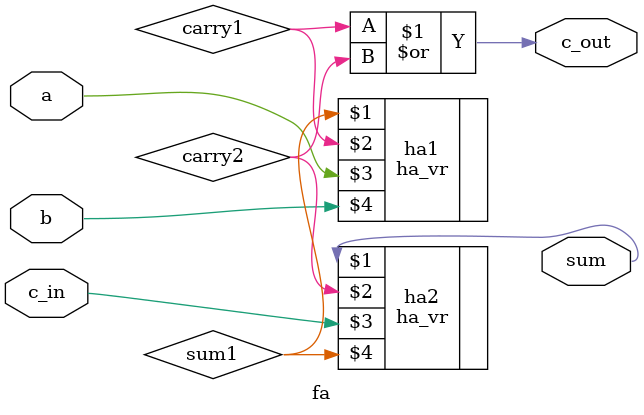
<source format=v>
module fa(output wire sum, output wire c_out, input wire a, input wire b, input wire c_in);
  wire sum1, carry1, carry2;

  ha_vr ha1(sum1, carry1, a, b);
  ha_vr ha2(sum, carry2, c_in, sum1);
  or o1(c_out, carry1, carry2);

endmodule
</source>
